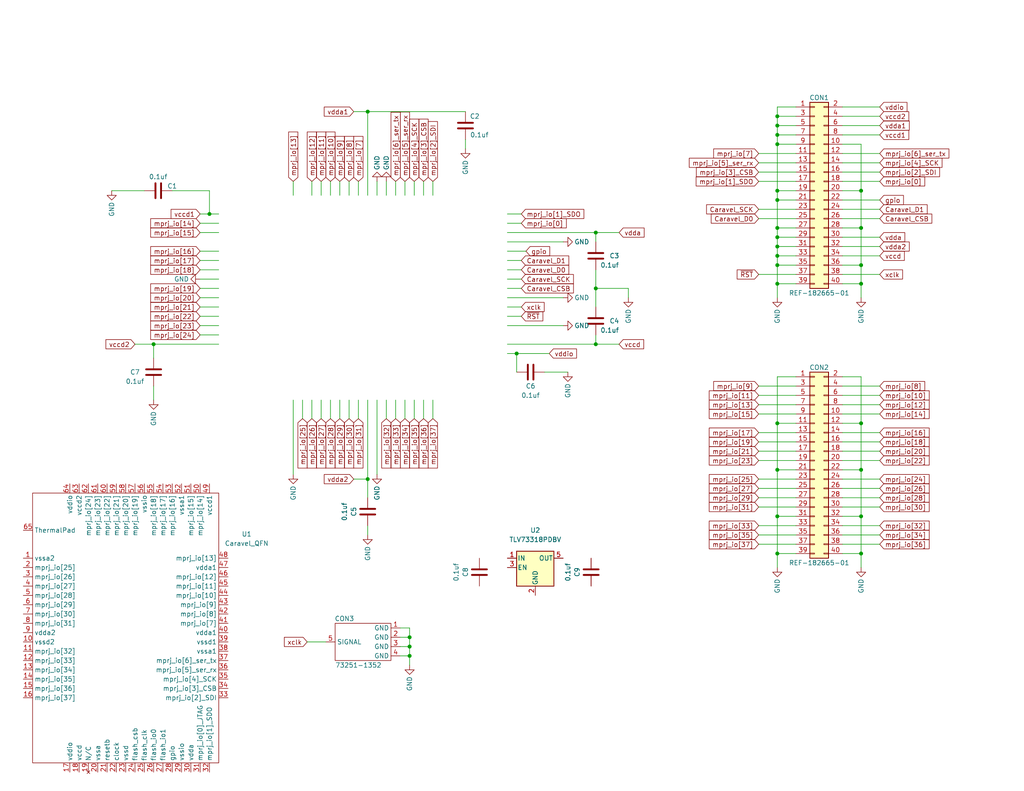
<source format=kicad_sch>
(kicad_sch (version 20211123) (generator eeschema)
  (paper "A")
  (lib_symbols
    (symbol "Connector_Generic:Conn_02x20_Odd_Even" (pin_names (offset 1.016) hide)
      (property "Reference" "J" (at 1.27 25.4 0))
      (property "Value" "Conn_02x20_Odd_Even" (at 1.27 -27.94 0))
      (symbol "Conn_02x20_Odd_Even_1_1"
        (rectangle (start -1.27 -25.273) (end 0 -25.527) (stroke (width 0.1524)))
        (rectangle (start -1.27 -22.733) (end 0 -22.987) (stroke (width 0.1524)))
        (rectangle (start -1.27 -20.193) (end 0 -20.447) (stroke (width 0.1524)))
        (rectangle (start -1.27 -17.653) (end 0 -17.907) (stroke (width 0.1524)))
        (rectangle (start -1.27 -15.113) (end 0 -15.367) (stroke (width 0.1524)))
        (rectangle (start -1.27 -12.573) (end 0 -12.827) (stroke (width 0.1524)))
        (rectangle (start -1.27 -10.033) (end 0 -10.287) (stroke (width 0.1524)))
        (rectangle (start -1.27 -7.493) (end 0 -7.747) (stroke (width 0.1524)))
        (rectangle (start -1.27 -4.953) (end 0 -5.207) (stroke (width 0.1524)))
        (rectangle (start -1.27 -2.413) (end 0 -2.667) (stroke (width 0.1524)))
        (rectangle (start -1.27 0.127) (end 0 -0.127) (stroke (width 0.1524)))
        (rectangle (start -1.27 2.667) (end 0 2.413) (stroke (width 0.1524)))
        (rectangle (start -1.27 5.207) (end 0 4.953) (stroke (width 0.1524)))
        (rectangle (start -1.27 7.747) (end 0 7.493) (stroke (width 0.1524)))
        (rectangle (start -1.27 10.287) (end 0 10.033) (stroke (width 0.1524)))
        (rectangle (start -1.27 12.827) (end 0 12.573) (stroke (width 0.1524)))
        (rectangle (start -1.27 15.367) (end 0 15.113) (stroke (width 0.1524)))
        (rectangle (start -1.27 17.907) (end 0 17.653) (stroke (width 0.1524)))
        (rectangle (start -1.27 20.447) (end 0 20.193) (stroke (width 0.1524)))
        (rectangle (start -1.27 22.987) (end 0 22.733) (stroke (width 0.1524)))
        (rectangle (start -1.27 24.13) (end 3.81 -26.67) (stroke (width 0.254)) (fill (type background)))
        (rectangle (start 3.81 -25.273) (end 2.54 -25.527) (stroke (width 0.1524)))
        (rectangle (start 3.81 -22.733) (end 2.54 -22.987) (stroke (width 0.1524)))
        (rectangle (start 3.81 -20.193) (end 2.54 -20.447) (stroke (width 0.1524)))
        (rectangle (start 3.81 -17.653) (end 2.54 -17.907) (stroke (width 0.1524)))
        (rectangle (start 3.81 -15.113) (end 2.54 -15.367) (stroke (width 0.1524)))
        (rectangle (start 3.81 -12.573) (end 2.54 -12.827) (stroke (width 0.1524)))
        (rectangle (start 3.81 -10.033) (end 2.54 -10.287) (stroke (width 0.1524)))
        (rectangle (start 3.81 -7.493) (end 2.54 -7.747) (stroke (width 0.1524)))
        (rectangle (start 3.81 -4.953) (end 2.54 -5.207) (stroke (width 0.1524)))
        (rectangle (start 3.81 -2.413) (end 2.54 -2.667) (stroke (width 0.1524)))
        (rectangle (start 3.81 0.127) (end 2.54 -0.127) (stroke (width 0.1524)))
        (rectangle (start 3.81 2.667) (end 2.54 2.413) (stroke (width 0.1524)))
        (rectangle (start 3.81 5.207) (end 2.54 4.953) (stroke (width 0.1524)))
        (rectangle (start 3.81 7.747) (end 2.54 7.493) (stroke (width 0.1524)))
        (rectangle (start 3.81 10.287) (end 2.54 10.033) (stroke (width 0.1524)))
        (rectangle (start 3.81 12.827) (end 2.54 12.573) (stroke (width 0.1524)))
        (rectangle (start 3.81 15.367) (end 2.54 15.113) (stroke (width 0.1524)))
        (rectangle (start 3.81 17.907) (end 2.54 17.653) (stroke (width 0.1524)))
        (rectangle (start 3.81 20.447) (end 2.54 20.193) (stroke (width 0.1524)))
        (rectangle (start 3.81 22.987) (end 2.54 22.733) (stroke (width 0.1524)))
        (pin passive line (at -5.08 22.86 0) (length 3.81) (name "Pin_1") (number "1"))
        (pin passive line (at 7.62 12.7 180) (length 3.81) (name "Pin_10") (number "10"))
        (pin passive line (at -5.08 10.16 0) (length 3.81) (name "Pin_11") (number "11"))
        (pin passive line (at 7.62 10.16 180) (length 3.81) (name "Pin_12") (number "12"))
        (pin passive line (at -5.08 7.62 0) (length 3.81) (name "Pin_13") (number "13"))
        (pin passive line (at 7.62 7.62 180) (length 3.81) (name "Pin_14") (number "14"))
        (pin passive line (at -5.08 5.08 0) (length 3.81) (name "Pin_15") (number "15"))
        (pin passive line (at 7.62 5.08 180) (length 3.81) (name "Pin_16") (number "16"))
        (pin passive line (at -5.08 2.54 0) (length 3.81) (name "Pin_17") (number "17"))
        (pin passive line (at 7.62 2.54 180) (length 3.81) (name "Pin_18") (number "18"))
        (pin passive line (at -5.08 0 0) (length 3.81) (name "Pin_19") (number "19"))
        (pin passive line (at 7.62 22.86 180) (length 3.81) (name "Pin_2") (number "2"))
        (pin passive line (at 7.62 0 180) (length 3.81) (name "Pin_20") (number "20"))
        (pin passive line (at -5.08 -2.54 0) (length 3.81) (name "Pin_21") (number "21"))
        (pin passive line (at 7.62 -2.54 180) (length 3.81) (name "Pin_22") (number "22"))
        (pin passive line (at -5.08 -5.08 0) (length 3.81) (name "Pin_23") (number "23"))
        (pin passive line (at 7.62 -5.08 180) (length 3.81) (name "Pin_24") (number "24"))
        (pin passive line (at -5.08 -7.62 0) (length 3.81) (name "Pin_25") (number "25"))
        (pin passive line (at 7.62 -7.62 180) (length 3.81) (name "Pin_26") (number "26"))
        (pin passive line (at -5.08 -10.16 0) (length 3.81) (name "Pin_27") (number "27"))
        (pin passive line (at 7.62 -10.16 180) (length 3.81) (name "Pin_28") (number "28"))
        (pin passive line (at -5.08 -12.7 0) (length 3.81) (name "Pin_29") (number "29"))
        (pin passive line (at -5.08 20.32 0) (length 3.81) (name "Pin_3") (number "3"))
        (pin passive line (at 7.62 -12.7 180) (length 3.81) (name "Pin_30") (number "30"))
        (pin passive line (at -5.08 -15.24 0) (length 3.81) (name "Pin_31") (number "31"))
        (pin passive line (at 7.62 -15.24 180) (length 3.81) (name "Pin_32") (number "32"))
        (pin passive line (at -5.08 -17.78 0) (length 3.81) (name "Pin_33") (number "33"))
        (pin passive line (at 7.62 -17.78 180) (length 3.81) (name "Pin_34") (number "34"))
        (pin passive line (at -5.08 -20.32 0) (length 3.81) (name "Pin_35") (number "35"))
        (pin passive line (at 7.62 -20.32 180) (length 3.81) (name "Pin_36") (number "36"))
        (pin passive line (at -5.08 -22.86 0) (length 3.81) (name "Pin_37") (number "37"))
        (pin passive line (at 7.62 -22.86 180) (length 3.81) (name "Pin_38") (number "38"))
        (pin passive line (at -5.08 -25.4 0) (length 3.81) (name "Pin_39") (number "39"))
        (pin passive line (at 7.62 20.32 180) (length 3.81) (name "Pin_4") (number "4"))
        (pin passive line (at 7.62 -25.4 180) (length 3.81) (name "Pin_40") (number "40"))
        (pin passive line (at -5.08 17.78 0) (length 3.81) (name "Pin_5") (number "5"))
        (pin passive line (at 7.62 17.78 180) (length 3.81) (name "Pin_6") (number "6"))
        (pin passive line (at -5.08 15.24 0) (length 3.81) (name "Pin_7") (number "7"))
        (pin passive line (at 7.62 15.24 180) (length 3.81) (name "Pin_8") (number "8"))
        (pin passive line (at -5.08 12.7 0) (length 3.81) (name "Pin_9") (number "9"))
      )
    )
    (symbol "Device:C" (pin_numbers hide) (pin_names (offset 0.254))
      (property "Reference" "C" (at 0.635 2.54 0))
      (property "Value" "C" (at 0.635 -2.54 0))
      (symbol "C_0_1"
        (polyline (pts (xy -2.032 -0.762) (xy 2.032 -0.762)) (stroke (width 0.508)))
        (polyline (pts (xy -2.032 0.762) (xy 2.032 0.762)) (stroke (width 0.508)))
      )
      (symbol "C_1_1"
        (pin passive line (at 0 3.81 270) (length 2.794) (name "~") (number "1"))
        (pin passive line (at 0 -3.81 90) (length 2.794) (name "~") (number "2"))
      )
    )
    (symbol "Regulator_Linear:TLV73318PDBV" (pin_names (offset 0.254))
      (property "Reference" "U" (at -3.81 5.715 0))
      (property "Value" "TLV73318PDBV" (at 0 5.715 0))
      (symbol "TLV73318PDBV_0_1"
        (rectangle (start -5.08 4.445) (end 5.08 -5.08) (stroke (width 0.254)) (fill (type background)))
      )
      (symbol "TLV73318PDBV_1_1"
        (pin power_in line (at -7.62 2.54 0) (length 2.54) (name "IN") (number "1"))
        (pin power_in line (at 0 -7.62 90) (length 2.54) (name "GND") (number "2"))
        (pin input line (at -7.62 0 0) (length 2.54) (name "EN") (number "3"))
        (pin no_connect line (at 5.08 0 180) (length 2.54) hide (name "NC") (number "4"))
        (pin power_out line (at 7.62 2.54 180) (length 2.54) (name "OUT") (number "5"))
      )
    )
    (symbol "ok-chips:Caravel_QFN"
      (property "Reference" "U" (at -26.67 43.18 0))
      (property "Value" "Caravel_QFN" (at 25.4 -31.75 0))
      (symbol "Caravel_QFN_0_1"
        (rectangle (start -26.67 40.64) (end 24.13 -33.02))
      )
      (symbol "Caravel_QFN_1_1"
        (pin power_in line (at -29.21 22.86 0) (length 2.54) (name "vssa2") (number "1"))
        (pin power_in line (at -29.21 0 0) (length 2.54) (name "vssd2") (number "10"))
        (pin bidirectional line (at -29.21 -2.54 0) (length 2.54) (name "mprj_io[32]") (number "11"))
        (pin bidirectional line (at -29.21 -5.08 0) (length 2.54) (name "mprj_io[33]") (number "12"))
        (pin bidirectional line (at -29.21 -7.62 0) (length 2.54) (name "mprj_io[34]") (number "13"))
        (pin bidirectional line (at -29.21 -10.16 0) (length 2.54) (name "mprj_io[35]") (number "14"))
        (pin bidirectional line (at -29.21 -12.7 0) (length 2.54) (name "mprj_io[36]") (number "15"))
        (pin bidirectional line (at -29.21 -15.24 0) (length 2.54) (name "mprj_io[37]") (number "16"))
        (pin power_in line (at -16.51 -35.56 90) (length 2.54) (name "vddio") (number "17"))
        (pin power_in line (at -13.97 -35.56 90) (length 2.54) (name "vccd") (number "18"))
        (pin no_connect line (at -11.43 -35.56 90) (length 2.54) (name "N/C") (number "19"))
        (pin bidirectional line (at -29.21 20.32 0) (length 2.54) (name "mprj_io[25]") (number "2"))
        (pin power_in line (at -8.89 -35.56 90) (length 2.54) (name "vssa") (number "20"))
        (pin input line (at -6.35 -35.56 90) (length 2.54) (name "resetb") (number "21"))
        (pin input line (at -3.81 -35.56 90) (length 2.54) (name "clock") (number "22"))
        (pin power_in line (at -1.27 -35.56 90) (length 2.54) (name "vssd") (number "23"))
        (pin output line (at 1.27 -35.56 90) (length 2.54) (name "flash_csb") (number "24"))
        (pin output line (at 3.81 -35.56 90) (length 2.54) (name "flash_clk") (number "25"))
        (pin bidirectional line (at 6.35 -35.56 90) (length 2.54) (name "flash_io0") (number "26"))
        (pin bidirectional line (at 8.89 -35.56 90) (length 2.54) (name "flash_io1") (number "27"))
        (pin bidirectional line (at 11.43 -35.56 90) (length 2.54) (name "gpio") (number "28"))
        (pin power_in line (at 13.97 -35.56 90) (length 2.54) (name "vssio") (number "29"))
        (pin bidirectional line (at -29.21 17.78 0) (length 2.54) (name "mprj_io[26]") (number "3"))
        (pin power_in line (at 16.51 -35.56 90) (length 2.54) (name "vdda") (number "30"))
        (pin bidirectional line (at 19.05 -35.56 90) (length 2.54) (name "mprj_io[0]_JTAG") (number "31"))
        (pin bidirectional line (at 21.59 -35.56 90) (length 2.54) (name "mprj_io[1]_SDO") (number "32"))
        (pin bidirectional line (at 26.67 -15.24 180) (length 2.54) (name "mprj_io[2]_SDI") (number "33"))
        (pin bidirectional line (at 26.67 -12.7 180) (length 2.54) (name "mprj_io[3]_CSB") (number "34"))
        (pin bidirectional line (at 26.67 -10.16 180) (length 2.54) (name "mprj_io[4]_SCK") (number "35"))
        (pin bidirectional line (at 26.67 -7.62 180) (length 2.54) (name "mprj_io[5]_ser_rx") (number "36"))
        (pin bidirectional line (at 26.67 -5.08 180) (length 2.54) (name "mprj_io[6]_ser_tx") (number "37"))
        (pin power_in line (at 26.67 -2.54 180) (length 2.54) (name "vssa1") (number "38"))
        (pin power_in line (at 26.67 0 180) (length 2.54) (name "vssd1") (number "39"))
        (pin bidirectional line (at -29.21 15.24 0) (length 2.54) (name "mprj_io[27]") (number "4"))
        (pin power_in line (at 26.67 2.54 180) (length 2.54) (name "vdda1") (number "40"))
        (pin bidirectional line (at 26.67 5.08 180) (length 2.54) (name "mprj_io[7]") (number "41"))
        (pin bidirectional line (at 26.67 7.62 180) (length 2.54) (name "mprj_io[8]") (number "42"))
        (pin bidirectional line (at 26.67 10.16 180) (length 2.54) (name "mprj_io[9]") (number "43"))
        (pin bidirectional line (at 26.67 12.7 180) (length 2.54) (name "mprj_io[10]") (number "44"))
        (pin bidirectional line (at 26.67 15.24 180) (length 2.54) (name "mprj_io[11]") (number "45"))
        (pin bidirectional line (at 26.67 17.78 180) (length 2.54) (name "mprj_io[12]") (number "46"))
        (pin power_in line (at 26.67 20.32 180) (length 2.54) (name "vdda1") (number "47"))
        (pin bidirectional line (at 26.67 22.86 180) (length 2.54) (name "mprj_io[13]") (number "48"))
        (pin power_in line (at 21.59 43.18 270) (length 2.54) (name "vccd1") (number "49"))
        (pin bidirectional line (at -29.21 12.7 0) (length 2.54) (name "mprj_io[28]") (number "5"))
        (pin bidirectional line (at 19.05 43.18 270) (length 2.54) (name "mprj_io[14]") (number "50"))
        (pin bidirectional line (at 16.51 43.18 270) (length 2.54) (name "mprj_io[15]") (number "51"))
        (pin power_in line (at 13.97 43.18 270) (length 2.54) (name "vssa1") (number "52"))
        (pin bidirectional line (at 11.43 43.18 270) (length 2.54) (name "mprj_io[16]") (number "53"))
        (pin bidirectional line (at 8.89 43.18 270) (length 2.54) (name "mprj_io[17]") (number "54"))
        (pin bidirectional line (at 6.35 43.18 270) (length 2.54) (name "mprj_io[18]") (number "55"))
        (pin power_in line (at 3.81 43.18 270) (length 2.54) (name "vssio") (number "56"))
        (pin bidirectional line (at 1.27 43.18 270) (length 2.54) (name "mprj_io[19]") (number "57"))
        (pin bidirectional line (at -1.27 43.18 270) (length 2.54) (name "mprj_io[20]") (number "58"))
        (pin bidirectional line (at -3.81 43.18 270) (length 2.54) (name "mprj_io[21]") (number "59"))
        (pin bidirectional line (at -29.21 10.16 0) (length 2.54) (name "mprj_io[29]") (number "6"))
        (pin bidirectional line (at -6.35 43.18 270) (length 2.54) (name "mprj_io[22]") (number "60"))
        (pin bidirectional line (at -8.89 43.18 270) (length 2.54) (name "mprj_io[23]") (number "61"))
        (pin bidirectional line (at -11.43 43.18 270) (length 2.54) (name "mprj_io[24]") (number "62"))
        (pin power_in line (at -13.97 43.18 270) (length 2.54) (name "vccd2") (number "63"))
        (pin power_in line (at -16.51 43.18 270) (length 2.54) (name "vddio") (number "64"))
        (pin power_in line (at -29.21 30.48 0) (length 2.54) (name "ThermalPad") (number "65"))
        (pin bidirectional line (at -29.21 7.62 0) (length 2.54) (name "mprj_io[30]") (number "7"))
        (pin bidirectional line (at -29.21 5.08 0) (length 2.54) (name "mprj_io[31]") (number "8"))
        (pin power_in line (at -29.21 2.54 0) (length 2.54) (name "vdda2") (number "9"))
      )
    )
    (symbol "ok-connectors:SMA_TH"
      (property "Reference" "CON" (at -5.08 6.35 0))
      (property "Value" "SMA_TH" (at -2.54 -6.35 0))
      (symbol "SMA_TH_0_1"
        (rectangle (start -7.62 5.08) (end 7.62 -5.08))
      )
      (symbol "SMA_TH_1_1"
        (pin input line (at 10.16 3.81 180) (length 2.54) (name "GND") (number "1"))
        (pin input line (at 10.16 1.27 180) (length 2.54) (name "GND") (number "2"))
        (pin input line (at 10.16 -1.27 180) (length 2.54) (name "GND") (number "3"))
        (pin input line (at 10.16 -3.81 180) (length 2.54) (name "GND") (number "4"))
        (pin input line (at -10.16 0 0) (length 2.54) (name "SIGNAL") (number "5"))
      )
    )
    (symbol "power:GND" (power) (pin_names (offset 0))
      (property "Value" "GND" (at 0 -3.81 0))
      (symbol "GND_0_1"
        (polyline (pts (xy 0 0) (xy 0 -1.27) (xy 1.27 -1.27) (xy 0 -2.54) (xy -1.27 -1.27) (xy 0 -1.27)))
      )
      (symbol "GND_1_1"
        (pin power_in line (at 0 0 270) (length 0) hide (name "GND") (number "1"))
      )
    )
  )
  (junction (at 41.91 93.98))
  (junction (at 111.76 176.53))
  (junction (at 212.09 62.23))
  (junction (at 162.56 63.5))
  (junction (at 212.09 52.07))
  (junction (at 212.09 64.77))
  (junction (at 212.09 34.29))
  (junction (at 100.33 130.81))
  (junction (at 111.76 179.07))
  (junction (at 234.95 62.23))
  (junction (at 162.56 93.98))
  (junction (at 111.76 173.99))
  (junction (at 212.09 128.27))
  (junction (at 212.09 36.83))
  (junction (at 140.97 96.52))
  (junction (at 100.33 30.48))
  (junction (at 212.09 67.31))
  (junction (at 234.95 140.97))
  (junction (at 162.56 78.74))
  (junction (at 212.09 69.85))
  (junction (at 212.09 72.39))
  (junction (at 57.15 58.42))
  (junction (at 212.09 77.47))
  (junction (at 234.95 151.13))
  (junction (at 212.09 115.57))
  (junction (at 212.09 151.13))
  (junction (at 234.95 115.57))
  (junction (at 234.95 52.07))
  (junction (at 212.09 39.37))
  (junction (at 212.09 31.75))
  (junction (at 234.95 128.27))
  (junction (at 212.09 54.61))
  (junction (at 234.95 72.39))
  (junction (at 212.09 140.97))
  (junction (at 234.95 77.47))
  (wire (pts (xy 229.87 120.65) (xy 240.03 120.65)))
  (wire (pts (xy 229.87 135.89) (xy 240.03 135.89)))
  (wire (pts (xy 100.33 30.48) (xy 100.33 53.34)))
  (wire (pts (xy 109.22 176.53) (xy 111.76 176.53)))
  (wire (pts (xy 207.01 74.93) (xy 217.17 74.93)))
  (wire (pts (xy 140.97 96.52) (xy 138.43 96.52)))
  (wire (pts (xy 217.17 69.85) (xy 212.09 69.85)))
  (wire (pts (xy 229.87 29.21) (xy 240.03 29.21)))
  (wire (pts (xy 207.01 59.69) (xy 217.17 59.69)))
  (wire (pts (xy 59.69 83.82) (xy 54.61 83.82)))
  (wire (pts (xy 168.91 63.5) (xy 162.56 63.5)))
  (wire (pts (xy 229.87 74.93) (xy 240.03 74.93)))
  (wire (pts (xy 229.87 105.41) (xy 240.03 105.41)))
  (wire (pts (xy 207.01 113.03) (xy 217.17 113.03)))
  (wire (pts (xy 212.09 36.83) (xy 212.09 39.37)))
  (wire (pts (xy 59.69 73.66) (xy 54.61 73.66)))
  (wire (pts (xy 229.87 118.11) (xy 240.03 118.11)))
  (wire (pts (xy 111.76 173.99) (xy 111.76 176.53)))
  (wire (pts (xy 212.09 102.87) (xy 212.09 115.57)))
  (wire (pts (xy 229.87 115.57) (xy 234.95 115.57)))
  (wire (pts (xy 229.87 125.73) (xy 240.03 125.73)))
  (wire (pts (xy 207.01 123.19) (xy 217.17 123.19)))
  (wire (pts (xy 212.09 128.27) (xy 212.09 140.97)))
  (wire (pts (xy 100.33 30.48) (xy 127 30.48)))
  (wire (pts (xy 207.01 118.11) (xy 217.17 118.11)))
  (wire (pts (xy 140.97 96.52) (xy 140.97 101.6)))
  (wire (pts (xy 41.91 93.98) (xy 36.83 93.98)))
  (wire (pts (xy 229.87 34.29) (xy 240.03 34.29)))
  (wire (pts (xy 82.55 114.3) (xy 82.55 109.22)))
  (wire (pts (xy 80.01 49.53) (xy 80.01 53.34)))
  (wire (pts (xy 142.24 71.12) (xy 138.43 71.12)))
  (wire (pts (xy 207.01 125.73) (xy 217.17 125.73)))
  (wire (pts (xy 80.01 129.54) (xy 80.01 109.22)))
  (wire (pts (xy 115.57 114.3) (xy 115.57 109.22)))
  (wire (pts (xy 212.09 31.75) (xy 217.17 31.75)))
  (wire (pts (xy 229.87 110.49) (xy 240.03 110.49)))
  (wire (pts (xy 229.87 62.23) (xy 234.95 62.23)))
  (wire (pts (xy 229.87 49.53) (xy 240.03 49.53)))
  (wire (pts (xy 30.48 52.07) (xy 39.37 52.07)))
  (wire (pts (xy 234.95 128.27) (xy 234.95 140.97)))
  (wire (pts (xy 83.82 175.26) (xy 88.9 175.26)))
  (wire (pts (xy 57.15 58.42) (xy 59.69 58.42)))
  (wire (pts (xy 229.87 146.05) (xy 240.03 146.05)))
  (wire (pts (xy 113.03 114.3) (xy 113.03 109.22)))
  (wire (pts (xy 207.01 49.53) (xy 217.17 49.53)))
  (wire (pts (xy 142.24 83.82) (xy 138.43 83.82)))
  (wire (pts (xy 217.17 102.87) (xy 212.09 102.87)))
  (wire (pts (xy 229.87 57.15) (xy 240.03 57.15)))
  (wire (pts (xy 92.71 114.3) (xy 92.71 109.22)))
  (wire (pts (xy 41.91 93.98) (xy 59.69 93.98)))
  (wire (pts (xy 229.87 140.97) (xy 234.95 140.97)))
  (wire (pts (xy 97.79 114.3) (xy 97.79 109.22)))
  (wire (pts (xy 229.87 123.19) (xy 240.03 123.19)))
  (wire (pts (xy 212.09 64.77) (xy 212.09 67.31)))
  (wire (pts (xy 110.49 114.3) (xy 110.49 109.22)))
  (wire (pts (xy 212.09 39.37) (xy 217.17 39.37)))
  (wire (pts (xy 207.01 146.05) (xy 217.17 146.05)))
  (wire (pts (xy 207.01 143.51) (xy 217.17 143.51)))
  (wire (pts (xy 168.91 93.98) (xy 162.56 93.98)))
  (wire (pts (xy 207.01 138.43) (xy 217.17 138.43)))
  (wire (pts (xy 100.33 135.89) (xy 100.33 130.81)))
  (wire (pts (xy 41.91 93.98) (xy 41.91 97.79)))
  (wire (pts (xy 100.33 130.81) (xy 100.33 109.22)))
  (wire (pts (xy 212.09 34.29) (xy 212.09 36.83)))
  (wire (pts (xy 212.09 54.61) (xy 212.09 62.23)))
  (wire (pts (xy 229.87 107.95) (xy 240.03 107.95)))
  (wire (pts (xy 229.87 72.39) (xy 234.95 72.39)))
  (wire (pts (xy 212.09 69.85) (xy 212.09 72.39)))
  (wire (pts (xy 207.01 120.65) (xy 217.17 120.65)))
  (wire (pts (xy 90.17 49.53) (xy 90.17 53.34)))
  (wire (pts (xy 212.09 140.97) (xy 217.17 140.97)))
  (wire (pts (xy 229.87 67.31) (xy 240.03 67.31)))
  (wire (pts (xy 105.41 49.53) (xy 105.41 53.34)))
  (wire (pts (xy 142.24 73.66) (xy 138.43 73.66)))
  (wire (pts (xy 212.09 151.13) (xy 212.09 154.94)))
  (wire (pts (xy 142.24 78.74) (xy 138.43 78.74)))
  (wire (pts (xy 111.76 179.07) (xy 111.76 181.61)))
  (wire (pts (xy 111.76 176.53) (xy 111.76 179.07)))
  (wire (pts (xy 110.49 49.53) (xy 110.49 53.34)))
  (wire (pts (xy 212.09 77.47) (xy 217.17 77.47)))
  (wire (pts (xy 100.33 143.51) (xy 100.33 146.05)))
  (wire (pts (xy 90.17 114.3) (xy 90.17 109.22)))
  (wire (pts (xy 234.95 72.39) (xy 234.95 77.47)))
  (wire (pts (xy 85.09 114.3) (xy 85.09 109.22)))
  (wire (pts (xy 87.63 114.3) (xy 87.63 109.22)))
  (wire (pts (xy 118.11 53.34) (xy 118.11 49.53)))
  (wire (pts (xy 229.87 130.81) (xy 240.03 130.81)))
  (wire (pts (xy 162.56 93.98) (xy 138.43 93.98)))
  (wire (pts (xy 234.95 77.47) (xy 234.95 81.28)))
  (wire (pts (xy 153.67 66.04) (xy 138.43 66.04)))
  (wire (pts (xy 234.95 140.97) (xy 234.95 151.13)))
  (wire (pts (xy 162.56 78.74) (xy 162.56 83.82)))
  (wire (pts (xy 57.15 58.42) (xy 57.15 52.07)))
  (wire (pts (xy 212.09 31.75) (xy 212.09 34.29)))
  (wire (pts (xy 229.87 148.59) (xy 240.03 148.59)))
  (wire (pts (xy 229.87 138.43) (xy 240.03 138.43)))
  (wire (pts (xy 217.17 72.39) (xy 212.09 72.39)))
  (wire (pts (xy 217.17 64.77) (xy 212.09 64.77)))
  (wire (pts (xy 143.51 68.58) (xy 138.43 68.58)))
  (wire (pts (xy 229.87 46.99) (xy 240.03 46.99)))
  (wire (pts (xy 59.69 91.44) (xy 54.61 91.44)))
  (wire (pts (xy 107.95 49.53) (xy 107.95 53.34)))
  (wire (pts (xy 162.56 91.44) (xy 162.56 93.98)))
  (wire (pts (xy 95.25 49.53) (xy 95.25 53.34)))
  (wire (pts (xy 207.01 44.45) (xy 217.17 44.45)))
  (wire (pts (xy 229.87 64.77) (xy 240.03 64.77)))
  (wire (pts (xy 138.43 63.5) (xy 162.56 63.5)))
  (wire (pts (xy 92.71 49.53) (xy 92.71 53.34)))
  (wire (pts (xy 100.33 130.81) (xy 96.52 130.81)))
  (wire (pts (xy 162.56 73.66) (xy 162.56 78.74)))
  (wire (pts (xy 57.15 52.07) (xy 46.99 52.07)))
  (wire (pts (xy 113.03 49.53) (xy 113.03 53.34)))
  (wire (pts (xy 212.09 67.31) (xy 212.09 69.85)))
  (wire (pts (xy 142.24 76.2) (xy 138.43 76.2)))
  (wire (pts (xy 207.01 110.49) (xy 217.17 110.49)))
  (wire (pts (xy 109.22 173.99) (xy 111.76 173.99)))
  (wire (pts (xy 207.01 107.95) (xy 217.17 107.95)))
  (wire (pts (xy 207.01 148.59) (xy 217.17 148.59)))
  (wire (pts (xy 59.69 81.28) (xy 54.61 81.28)))
  (wire (pts (xy 100.33 30.48) (xy 96.52 30.48)))
  (wire (pts (xy 212.09 29.21) (xy 217.17 29.21)))
  (wire (pts (xy 212.09 115.57) (xy 212.09 128.27)))
  (wire (pts (xy 59.69 68.58) (xy 54.61 68.58)))
  (wire (pts (xy 229.87 113.03) (xy 240.03 113.03)))
  (wire (pts (xy 229.87 41.91) (xy 240.03 41.91)))
  (wire (pts (xy 234.95 115.57) (xy 234.95 128.27)))
  (wire (pts (xy 229.87 102.87) (xy 234.95 102.87)))
  (wire (pts (xy 109.22 171.45) (xy 111.76 171.45)))
  (wire (pts (xy 97.79 49.53) (xy 97.79 53.34)))
  (wire (pts (xy 207.01 41.91) (xy 217.17 41.91)))
  (wire (pts (xy 59.69 71.12) (xy 54.61 71.12)))
  (wire (pts (xy 212.09 128.27) (xy 217.17 128.27)))
  (wire (pts (xy 212.09 29.21) (xy 212.09 31.75)))
  (wire (pts (xy 127 40.64) (xy 127 38.1)))
  (wire (pts (xy 102.87 53.34) (xy 102.87 49.53)))
  (wire (pts (xy 217.17 62.23) (xy 212.09 62.23)))
  (wire (pts (xy 212.09 115.57) (xy 217.17 115.57)))
  (wire (pts (xy 229.87 44.45) (xy 240.03 44.45)))
  (wire (pts (xy 59.69 78.74) (xy 54.61 78.74)))
  (wire (pts (xy 234.95 151.13) (xy 234.95 154.94)))
  (wire (pts (xy 229.87 59.69) (xy 240.03 59.69)))
  (wire (pts (xy 115.57 49.53) (xy 115.57 53.34)))
  (wire (pts (xy 229.87 31.75) (xy 240.03 31.75)))
  (wire (pts (xy 229.87 151.13) (xy 234.95 151.13)))
  (wire (pts (xy 229.87 52.07) (xy 234.95 52.07)))
  (wire (pts (xy 207.01 57.15) (xy 217.17 57.15)))
  (wire (pts (xy 153.67 88.9) (xy 138.43 88.9)))
  (wire (pts (xy 229.87 69.85) (xy 240.03 69.85)))
  (wire (pts (xy 212.09 52.07) (xy 212.09 54.61)))
  (wire (pts (xy 54.61 63.5) (xy 59.69 63.5)))
  (wire (pts (xy 109.22 179.07) (xy 111.76 179.07)))
  (wire (pts (xy 85.09 49.53) (xy 85.09 53.34)))
  (wire (pts (xy 212.09 34.29) (xy 217.17 34.29)))
  (wire (pts (xy 229.87 77.47) (xy 234.95 77.47)))
  (wire (pts (xy 154.94 101.6) (xy 148.59 101.6)))
  (wire (pts (xy 105.41 114.3) (xy 105.41 109.22)))
  (wire (pts (xy 212.09 39.37) (xy 212.09 52.07)))
  (wire (pts (xy 229.87 133.35) (xy 240.03 133.35)))
  (wire (pts (xy 229.87 39.37) (xy 234.95 39.37)))
  (wire (pts (xy 59.69 86.36) (xy 54.61 86.36)))
  (wire (pts (xy 212.09 151.13) (xy 217.17 151.13)))
  (wire (pts (xy 229.87 143.51) (xy 240.03 143.51)))
  (wire (pts (xy 140.97 96.52) (xy 149.86 96.52)))
  (wire (pts (xy 212.09 77.47) (xy 212.09 81.28)))
  (wire (pts (xy 171.45 78.74) (xy 171.45 81.28)))
  (wire (pts (xy 41.91 105.41) (xy 41.91 109.22)))
  (wire (pts (xy 212.09 140.97) (xy 212.09 151.13)))
  (wire (pts (xy 207.01 135.89) (xy 217.17 135.89)))
  (wire (pts (xy 229.87 36.83) (xy 240.03 36.83)))
  (wire (pts (xy 207.01 130.81) (xy 217.17 130.81)))
  (wire (pts (xy 234.95 39.37) (xy 234.95 52.07)))
  (wire (pts (xy 54.61 58.42) (xy 57.15 58.42)))
  (wire (pts (xy 234.95 62.23) (xy 234.95 72.39)))
  (wire (pts (xy 142.24 58.42) (xy 138.43 58.42)))
  (wire (pts (xy 212.09 36.83) (xy 217.17 36.83)))
  (wire (pts (xy 212.09 54.61) (xy 217.17 54.61)))
  (wire (pts (xy 107.95 114.3) (xy 107.95 109.22)))
  (wire (pts (xy 87.63 49.53) (xy 87.63 53.34)))
  (wire (pts (xy 207.01 133.35) (xy 217.17 133.35)))
  (wire (pts (xy 153.67 81.28) (xy 138.43 81.28)))
  (wire (pts (xy 207.01 46.99) (xy 217.17 46.99)))
  (wire (pts (xy 118.11 114.3) (xy 118.11 109.22)))
  (wire (pts (xy 95.25 114.3) (xy 95.25 109.22)))
  (wire (pts (xy 54.61 76.2) (xy 59.69 76.2)))
  (wire (pts (xy 234.95 102.87) (xy 234.95 115.57)))
  (wire (pts (xy 162.56 63.5) (xy 162.56 66.04)))
  (wire (pts (xy 142.24 86.36) (xy 138.43 86.36)))
  (wire (pts (xy 212.09 62.23) (xy 212.09 64.77)))
  (wire (pts (xy 234.95 52.07) (xy 234.95 62.23)))
  (wire (pts (xy 229.87 128.27) (xy 234.95 128.27)))
  (wire (pts (xy 162.56 78.74) (xy 171.45 78.74)))
  (wire (pts (xy 59.69 88.9) (xy 54.61 88.9)))
  (wire (pts (xy 111.76 171.45) (xy 111.76 173.99)))
  (wire (pts (xy 207.01 105.41) (xy 217.17 105.41)))
  (wire (pts (xy 229.87 54.61) (xy 240.03 54.61)))
  (wire (pts (xy 217.17 67.31) (xy 212.09 67.31)))
  (wire (pts (xy 59.69 60.96) (xy 54.61 60.96)))
  (wire (pts (xy 102.87 129.54) (xy 102.87 109.22)))
  (wire (pts (xy 212.09 72.39) (xy 212.09 77.47)))
  (wire (pts (xy 212.09 52.07) (xy 217.17 52.07)))
  (wire (pts (xy 142.24 60.96) (xy 138.43 60.96)))
  (global_label "mprj_io[11]" (shape input) (at 207.01 107.95 180) (property "Intersheet References" "${INTERSHEET_REFS}" (effects hide)))
  (global_label "mprj_io[10]" (shape input) (at 240.03 107.95 0) (property "Intersheet References" "${INTERSHEET_REFS}" (effects hide)))
  (global_label "mprj_io[17]" (shape input) (at 54.61 71.12 180) (property "Intersheet References" "${INTERSHEET_REFS}" (effects hide)))
  (global_label "mprj_io[13]" (shape input) (at 80.01 49.53 90) (property "Intersheet References" "${INTERSHEET_REFS}" (effects hide)))
  (global_label "mprj_io[10]" (shape input) (at 90.17 49.53 90) (property "Intersheet References" "${INTERSHEET_REFS}" (effects hide)))
  (global_label "vccd2" (shape input) (at 36.83 93.98 180) (property "Intersheet References" "${INTERSHEET_REFS}" (effects hide)))
  (global_label "vccd" (shape input) (at 168.91 93.98 0) (property "Intersheet References" "${INTERSHEET_REFS}" (effects hide)))
  (global_label "mprj_io[29]" (shape input) (at 92.71 114.3 270) (property "Intersheet References" "${INTERSHEET_REFS}" (effects hide)))
  (global_label "mprj_io[17]" (shape input) (at 207.01 118.11 180) (property "Intersheet References" "${INTERSHEET_REFS}" (effects hide)))
  (global_label "vdda1" (shape input) (at 96.52 30.48 180) (property "Intersheet References" "${INTERSHEET_REFS}" (effects hide)))
  (global_label "mprj_io[31]" (shape input) (at 97.79 114.3 270) (property "Intersheet References" "${INTERSHEET_REFS}" (effects hide)))
  (global_label "Caravel_CSB" (shape input) (at 142.24 78.74 0) (property "Intersheet References" "${INTERSHEET_REFS}" (effects hide)))
  (global_label "mprj_io[19]" (shape input) (at 207.01 120.65 180) (property "Intersheet References" "${INTERSHEET_REFS}" (effects hide)))
  (global_label "vdda1" (shape input) (at 240.03 34.29 0) (property "Intersheet References" "${INTERSHEET_REFS}" (effects hide)))
  (global_label "mprj_io[5]_ser_rx" (shape input) (at 110.49 49.53 90) (property "Intersheet References" "${INTERSHEET_REFS}" (effects hide)))
  (global_label "mprj_io[16]" (shape input) (at 54.61 68.58 180) (property "Intersheet References" "${INTERSHEET_REFS}" (effects hide)))
  (global_label "mprj_io[34]" (shape input) (at 110.49 114.3 270) (property "Intersheet References" "${INTERSHEET_REFS}" (effects hide)))
  (global_label "mprj_io[12]" (shape input) (at 85.09 49.53 90) (property "Intersheet References" "${INTERSHEET_REFS}" (effects hide)))
  (global_label "mprj_io[6]_ser_tx" (shape input) (at 240.03 41.91 0) (property "Intersheet References" "${INTERSHEET_REFS}" (effects hide)))
  (global_label "vddio" (shape input) (at 240.03 29.21 0) (property "Intersheet References" "${INTERSHEET_REFS}" (effects hide)))
  (global_label "mprj_io[14]" (shape input) (at 54.61 60.96 180) (property "Intersheet References" "${INTERSHEET_REFS}" (effects hide)))
  (global_label "mprj_io[24]" (shape input) (at 240.03 130.81 0) (property "Intersheet References" "${INTERSHEET_REFS}" (effects hide)))
  (global_label "mprj_io[35]" (shape input) (at 207.01 146.05 180) (property "Intersheet References" "${INTERSHEET_REFS}" (effects hide)))
  (global_label "mprj_io[36]" (shape input) (at 115.57 114.3 270) (property "Intersheet References" "${INTERSHEET_REFS}" (effects hide)))
  (global_label "mprj_io[28]" (shape input) (at 90.17 114.3 270) (property "Intersheet References" "${INTERSHEET_REFS}" (effects hide)))
  (global_label "mprj_io[15]" (shape input) (at 207.01 113.03 180) (property "Intersheet References" "${INTERSHEET_REFS}" (effects hide)))
  (global_label "mprj_io[22]" (shape input) (at 240.03 125.73 0) (property "Intersheet References" "${INTERSHEET_REFS}" (effects hide)))
  (global_label "mprj_io[34]" (shape input) (at 240.03 146.05 0) (property "Intersheet References" "${INTERSHEET_REFS}" (effects hide)))
  (global_label "mprj_io[25]" (shape input) (at 82.55 114.3 270) (property "Intersheet References" "${INTERSHEET_REFS}" (effects hide)))
  (global_label "mprj_io[28]" (shape input) (at 240.03 135.89 0) (property "Intersheet References" "${INTERSHEET_REFS}" (effects hide)))
  (global_label "mprj_io[37]" (shape input) (at 118.11 114.3 270) (property "Intersheet References" "${INTERSHEET_REFS}" (effects hide)))
  (global_label "mprj_io[14]" (shape input) (at 240.03 113.03 0) (property "Intersheet References" "${INTERSHEET_REFS}" (effects hide)))
  (global_label "vccd1" (shape input) (at 240.03 36.83 0) (property "Intersheet References" "${INTERSHEET_REFS}" (effects hide)))
  (global_label "mprj_io[4]_SCK" (shape input) (at 113.03 49.53 90) (property "Intersheet References" "${INTERSHEET_REFS}" (effects hide)))
  (global_label "mprj_io[1]_SDO" (shape input) (at 142.24 58.42 0) (property "Intersheet References" "${INTERSHEET_REFS}" (effects hide)))
  (global_label "mprj_io[35]" (shape input) (at 113.03 114.3 270) (property "Intersheet References" "${INTERSHEET_REFS}" (effects hide)))
  (global_label "mprj_io[15]" (shape input) (at 54.61 63.5 180) (property "Intersheet References" "${INTERSHEET_REFS}" (effects hide)))
  (global_label "mprj_io[30]" (shape input) (at 95.25 114.3 270) (property "Intersheet References" "${INTERSHEET_REFS}" (effects hide)))
  (global_label "Caravel_D0" (shape input) (at 207.01 59.69 180) (property "Intersheet References" "${INTERSHEET_REFS}" (effects hide)))
  (global_label "mprj_io[2]_SDI" (shape input) (at 118.11 49.53 90) (property "Intersheet References" "${INTERSHEET_REFS}" (effects hide)))
  (global_label "mprj_io[2]_SDI" (shape input) (at 240.03 46.99 0) (property "Intersheet References" "${INTERSHEET_REFS}" (effects hide)))
  (global_label "mprj_io[5]_ser_rx" (shape input) (at 207.01 44.45 180) (property "Intersheet References" "${INTERSHEET_REFS}" (effects hide)))
  (global_label "mprj_io[6]_ser_tx" (shape input) (at 107.95 49.53 90) (property "Intersheet References" "${INTERSHEET_REFS}" (effects hide)))
  (global_label "xclk" (shape input) (at 142.24 83.82 0) (property "Intersheet References" "${INTERSHEET_REFS}" (effects hide)))
  (global_label "vdda2" (shape input) (at 96.52 130.81 180) (property "Intersheet References" "${INTERSHEET_REFS}" (effects hide)))
  (global_label "mprj_io[12]" (shape input) (at 240.03 110.49 0) (property "Intersheet References" "${INTERSHEET_REFS}" (effects hide)))
  (global_label "vccd" (shape input) (at 240.03 69.85 0) (property "Intersheet References" "${INTERSHEET_REFS}" (effects hide)))
  (global_label "vddio" (shape input) (at 149.86 96.52 0) (property "Intersheet References" "${INTERSHEET_REFS}" (effects hide)))
  (global_label "Caravel_SCK" (shape input) (at 207.01 57.15 180) (property "Intersheet References" "${INTERSHEET_REFS}" (effects hide)))
  (global_label "mprj_io[18]" (shape input) (at 240.03 120.65 0) (property "Intersheet References" "${INTERSHEET_REFS}" (effects hide)))
  (global_label "mprj_io[25]" (shape input) (at 207.01 130.81 180) (property "Intersheet References" "${INTERSHEET_REFS}" (effects hide)))
  (global_label "mprj_io[21]" (shape input) (at 54.61 83.82 180) (property "Intersheet References" "${INTERSHEET_REFS}" (effects hide)))
  (global_label "mprj_io[22]" (shape input) (at 54.61 86.36 180) (property "Intersheet References" "${INTERSHEET_REFS}" (effects hide)))
  (global_label "mprj_io[26]" (shape input) (at 85.09 114.3 270) (property "Intersheet References" "${INTERSHEET_REFS}" (effects hide)))
  (global_label "mprj_io[33]" (shape input) (at 107.95 114.3 270) (property "Intersheet References" "${INTERSHEET_REFS}" (effects hide)))
  (global_label "mprj_io[27]" (shape input) (at 87.63 114.3 270) (property "Intersheet References" "${INTERSHEET_REFS}" (effects hide)))
  (global_label "Caravel_D1" (shape input) (at 142.24 71.12 0) (property "Intersheet References" "${INTERSHEET_REFS}" (effects hide)))
  (global_label "Caravel_D0" (shape input) (at 142.24 73.66 0) (property "Intersheet References" "${INTERSHEET_REFS}" (effects hide)))
  (global_label "mprj_io[37]" (shape input) (at 207.01 148.59 180) (property "Intersheet References" "${INTERSHEET_REFS}" (effects hide)))
  (global_label "mprj_io[23]" (shape input) (at 207.01 125.73 180) (property "Intersheet References" "${INTERSHEET_REFS}" (effects hide)))
  (global_label "vdda2" (shape input) (at 240.03 67.31 0) (property "Intersheet References" "${INTERSHEET_REFS}" (effects hide)))
  (global_label "mprj_io[32]" (shape input) (at 240.03 143.51 0) (property "Intersheet References" "${INTERSHEET_REFS}" (effects hide)))
  (global_label "mprj_io[11]" (shape input) (at 87.63 49.53 90) (property "Intersheet References" "${INTERSHEET_REFS}" (effects hide)))
  (global_label "vccd1" (shape input) (at 54.61 58.42 180) (property "Intersheet References" "${INTERSHEET_REFS}" (effects hide)))
  (global_label "mprj_io[23]" (shape input) (at 54.61 88.9 180) (property "Intersheet References" "${INTERSHEET_REFS}" (effects hide)))
  (global_label "mprj_io[31]" (shape input) (at 207.01 138.43 180) (property "Intersheet References" "${INTERSHEET_REFS}" (effects hide)))
  (global_label "mprj_io[21]" (shape input) (at 207.01 123.19 180) (property "Intersheet References" "${INTERSHEET_REFS}" (effects hide)))
  (global_label "mprj_io[9]" (shape input) (at 207.01 105.41 180) (property "Intersheet References" "${INTERSHEET_REFS}" (effects hide)))
  (global_label "vccd2" (shape input) (at 240.03 31.75 0) (property "Intersheet References" "${INTERSHEET_REFS}" (effects hide)))
  (global_label "mprj_io[24]" (shape input) (at 54.61 91.44 180) (property "Intersheet References" "${INTERSHEET_REFS}" (effects hide)))
  (global_label "mprj_io[36]" (shape input) (at 240.03 148.59 0) (property "Intersheet References" "${INTERSHEET_REFS}" (effects hide)))
  (global_label "mprj_io[7]" (shape input) (at 97.79 49.53 90) (property "Intersheet References" "${INTERSHEET_REFS}" (effects hide)))
  (global_label "Caravel_SCK" (shape input) (at 142.24 76.2 0) (property "Intersheet References" "${INTERSHEET_REFS}" (effects hide)))
  (global_label "mprj_io[19]" (shape input) (at 54.61 78.74 180) (property "Intersheet References" "${INTERSHEET_REFS}" (effects hide)))
  (global_label "mprj_io[4]_SCK" (shape input) (at 240.03 44.45 0) (property "Intersheet References" "${INTERSHEET_REFS}" (effects hide)))
  (global_label "mprj_io[30]" (shape input) (at 240.03 138.43 0) (property "Intersheet References" "${INTERSHEET_REFS}" (effects hide)))
  (global_label "gpio" (shape input) (at 240.03 54.61 0) (property "Intersheet References" "${INTERSHEET_REFS}" (effects hide)))
  (global_label "mprj_io[8]" (shape input) (at 95.25 49.53 90) (property "Intersheet References" "${INTERSHEET_REFS}" (effects hide)))
  (global_label "mprj_io[26]" (shape input) (at 240.03 133.35 0) (property "Intersheet References" "${INTERSHEET_REFS}" (effects hide)))
  (global_label "~{RST}" (shape input) (at 207.01 74.93 180) (property "Intersheet References" "${INTERSHEET_REFS}" (effects hide)))
  (global_label "mprj_io[32]" (shape input) (at 105.41 114.3 270) (property "Intersheet References" "${INTERSHEET_REFS}" (effects hide)))
  (global_label "mprj_io[8]" (shape input) (at 240.03 105.41 0) (property "Intersheet References" "${INTERSHEET_REFS}" (effects hide)))
  (global_label "~{RST}" (shape input) (at 142.24 86.36 0) (property "Intersheet References" "${INTERSHEET_REFS}" (effects hide)))
  (global_label "mprj_io[27]" (shape input) (at 207.01 133.35 180) (property "Intersheet References" "${INTERSHEET_REFS}" (effects hide)))
  (global_label "mprj_io[29]" (shape input) (at 207.01 135.89 180) (property "Intersheet References" "${INTERSHEET_REFS}" (effects hide)))
  (global_label "mprj_io[9]" (shape input) (at 92.71 49.53 90) (property "Intersheet References" "${INTERSHEET_REFS}" (effects hide)))
  (global_label "xclk" (shape input) (at 240.03 74.93 0) (property "Intersheet References" "${INTERSHEET_REFS}" (effects hide)))
  (global_label "xclk" (shape input) (at 83.82 175.26 180) (property "Intersheet References" "${INTERSHEET_REFS}" (effects hide)))
  (global_label "mprj_io[3]_CSB" (shape input) (at 207.01 46.99 180) (property "Intersheet References" "${INTERSHEET_REFS}" (effects hide)))
  (global_label "mprj_io[18]" (shape input) (at 54.61 73.66 180) (property "Intersheet References" "${INTERSHEET_REFS}" (effects hide)))
  (global_label "mprj_io[1]_SDO" (shape input) (at 207.01 49.53 180) (property "Intersheet References" "${INTERSHEET_REFS}" (effects hide)))
  (global_label "mprj_io[33]" (shape input) (at 207.01 143.51 180) (property "Intersheet References" "${INTERSHEET_REFS}" (effects hide)))
  (global_label "Caravel_D1" (shape input) (at 240.03 57.15 0) (property "Intersheet References" "${INTERSHEET_REFS}" (effects hide)))
  (global_label "vdda" (shape input) (at 240.03 64.77 0) (property "Intersheet References" "${INTERSHEET_REFS}" (effects hide)))
  (global_label "mprj_io[16]" (shape input) (at 240.03 118.11 0) (property "Intersheet References" "${INTERSHEET_REFS}" (effects hide)))
  (global_label "mprj_io[13]" (shape input) (at 207.01 110.49 180) (property "Intersheet References" "${INTERSHEET_REFS}" (effects hide)))
  (global_label "mprj_io[20]" (shape input) (at 54.61 81.28 180) (property "Intersheet References" "${INTERSHEET_REFS}" (effects hide)))
  (global_label "mprj_io[20]" (shape input) (at 240.03 123.19 0) (property "Intersheet References" "${INTERSHEET_REFS}" (effects hide)))
  (global_label "vdda" (shape input) (at 168.91 63.5 0) (property "Intersheet References" "${INTERSHEET_REFS}" (effects hide)))
  (global_label "gpio" (shape input) (at 143.51 68.58 0) (property "Intersheet References" "${INTERSHEET_REFS}" (effects hide)))
  (global_label "mprj_io[0]" (shape input) (at 240.03 49.53 0) (property "Intersheet References" "${INTERSHEET_REFS}" (effects hide)))
  (global_label "mprj_io[3]_CSB" (shape input) (at 115.57 49.53 90) (property "Intersheet References" "${INTERSHEET_REFS}" (effects hide)))
  (global_label "mprj_io[7]" (shape input) (at 207.01 41.91 180) (property "Intersheet References" "${INTERSHEET_REFS}" (effects hide)))
  (global_label "Caravel_CSB" (shape input) (at 240.03 59.69 0) (property "Intersheet References" "${INTERSHEET_REFS}" (effects hide)))
  (global_label "mprj_io[0]" (shape input) (at 142.24 60.96 0) (property "Intersheet References" "${INTERSHEET_REFS}" (effects hide)))
  (symbol (lib_id "Device:C") (at 162.56 69.85 0) (unit 1)
    (property "Reference" "C3" (at 167.64 69.85 0))
    (property "Value" "0.1uf" (at 166.37 72.39 0))
    (property "Footprint" "Capacitor_SMD:C_0402_1005Metric" (effects hide))
  )
  (symbol (lib_id "power:GND") (at 102.87 129.54 0) (unit 1)
    (property "Reference" "#PWR013" (effects hide))
    (property "Value" "GND" (at 102.87 134.62 90))
  )
  (symbol (lib_id "power:GND") (at 153.67 88.9 90) (unit 1)
    (property "Reference" "#PWR023" (effects hide))
    (property "Value" "GND" (at 158.75 88.9 90))
  )
  (symbol (lib_id "power:GND") (at 153.67 66.04 90) (unit 1)
    (property "Reference" "#PWR021" (effects hide))
    (property "Value" "GND" (at 158.75 66.04 90))
  )
  (symbol (lib_id "power:GND") (at 153.67 81.28 90) (unit 1)
    (property "Reference" "#PWR022" (effects hide))
    (property "Value" "GND" (at 158.75 81.28 90))
  )
  (symbol (lib_id "power:GND") (at 102.87 49.53 180) (unit 1)
    (property "Reference" "#PWR012" (effects hide))
    (property "Value" "GND" (at 102.87 44.45 90))
  )
  (symbol (lib_id "power:GND") (at 105.41 49.53 180) (unit 1)
    (property "Reference" "#PWR014" (effects hide))
    (property "Value" "GND" (at 105.41 44.45 90))
  )
  (symbol (lib_id "power:GND") (at 80.01 129.54 0) (unit 1)
    (property "Reference" "#PWR011" (effects hide))
    (property "Value" "GND" (at 80.01 134.62 90))
  )
  (symbol (lib_id "power:GND") (at 41.91 109.22 0) (unit 1)
    (property "Reference" "#PWR07" (effects hide))
    (property "Value" "GND" (at 41.91 114.3 90))
  )
  (symbol (lib_id "Device:C") (at 144.78 101.6 270) (unit 1)
    (property "Reference" "C6" (at 144.78 105.41 90))
    (property "Value" "0.1uf" (at 144.78 107.95 90))
    (property "Footprint" "Capacitor_SMD:C_0402_1005Metric" (effects hide))
  )
  (symbol (lib_id "Device:C") (at 162.56 87.63 0) (unit 1)
    (property "Reference" "C4" (at 167.64 87.63 0))
    (property "Value" "0.1uf" (at 166.37 90.17 0))
    (property "Footprint" "Capacitor_SMD:C_0402_1005Metric" (effects hide))
  )
  (symbol (lib_id "power:GND") (at 171.45 81.28 0) (unit 1)
    (property "Reference" "#PWR027" (effects hide))
    (property "Value" "GND" (at 171.45 86.36 90))
  )
  (symbol (lib_id "power:GND") (at 154.94 101.6 0) (unit 1)
    (property "Reference" "#PWR026" (effects hide))
    (property "Value" "GND" (at 154.94 106.68 90))
  )
  (symbol (lib_id "power:GND") (at 54.61 76.2 270) (unit 1)
    (property "Reference" "#PWR05" (effects hide))
    (property "Value" "GND" (at 49.53 76.2 90))
  )
  (symbol (lib_id "Device:C") (at 127 34.29 0) (unit 1)
    (property "Reference" "C2" (at 129.54 31.75 0))
    (property "Value" "0.1uf" (at 130.81 36.83 0))
    (property "Footprint" "Capacitor_SMD:C_0402_1005Metric" (effects hide))
  )
  (symbol (lib_id "power:GND") (at 127 40.64 0) (unit 1)
    (property "Reference" "#PWR017" (effects hide))
    (property "Value" "GND" (at 127 45.72 90))
  )
  (symbol (lib_id "Device:C") (at 41.91 101.6 180) (unit 1)
    (property "Reference" "C7" (at 36.83 101.6 0))
    (property "Value" "0.1uf" (at 36.83 104.14 0))
    (property "Footprint" "Capacitor_SMD:C_0402_1005Metric" (effects hide))
  )
  (symbol (lib_id "Device:C") (at 100.33 139.7 180) (unit 1)
    (property "Reference" "C5" (at 96.52 139.7 90))
    (property "Value" "0.1uf" (at 93.98 139.7 90))
    (property "Footprint" "Capacitor_SMD:C_0402_1005Metric" (effects hide))
  )
  (symbol (lib_id "power:GND") (at 100.33 146.05 0) (unit 1)
    (property "Reference" "#PWR016" (effects hide))
    (property "Value" "GND" (at 100.33 151.13 90))
  )
  (symbol (lib_id "Device:C") (at 43.18 52.07 90) (unit 1)
    (property "Reference" "C1" (at 46.99 50.8 90))
    (property "Value" "0.1uf" (at 43.18 48.26 90))
    (property "Footprint" "Capacitor_SMD:C_0402_1005Metric" (effects hide))
  )
  (symbol (lib_id "power:GND") (at 30.48 52.07 0) (unit 1)
    (property "Reference" "#PWR09" (effects hide))
    (property "Value" "GND" (at 30.48 57.15 90))
  )
  (symbol (lib_id "Connector_Generic:Conn_02x20_Odd_Even") (at 222.25 52.07 0) (unit 1)
    (property "Reference" "CON1" (at 223.52 26.67 0))
    (property "Value" "REF-182665-01" (at 223.52 80.01 0))
    (property "Footprint" "ok-connectors:REF-182665-01" (effects hide))
  )
  (symbol (lib_id "Device:C") (at 161.29 156.21 180) (unit 1)
    (property "Reference" "C9" (at 157.48 156.21 90))
    (property "Value" "0.1uf" (at 154.94 156.21 90))
    (property "Footprint" "Capacitor_SMD:C_0603_1608Metric" (effects hide))
  )
  (symbol (lib_id "Regulator_Linear:TLV73318PDBV") (at 146.05 154.94 0) (unit 1)
    (property "Reference" "U2" (at 146.05 144.78 0))
    (property "Value" "TLV73318PDBV" (at 146.05 147.32 0))
    (property "Footprint" "Package_TO_SOT_SMD:SOT-23-5" (effects hide))
    (property "Datasheet" "http://www.ti.com/lit/ds/symlink/tlv733p.pdf" (effects hide))
  )
  (symbol (lib_id "power:GND") (at 234.95 81.28 0) (unit 1)
    (property "Reference" "#PWR0104" (effects hide))
    (property "Value" "GND" (at 234.95 86.36 90))
  )
  (symbol (lib_id "ok-chips:Caravel_QFN") (at 35.56 175.26 0) (unit 1)
    (property "Reference" "U1" (at 67.31 145.8212 0))
    (property "Value" "Caravel_QFN" (at 67.31 148.3612 0))
    (property "Footprint" "Package_DFN_QFN:QFN-64-1EP_9x9mm_P0.5mm_EP7.65x7.65mm" (effects hide))
    (property "LibSource" "https://github.com/efabless/caravel_board/blob/84c2a618c3ccb63b4e827d80adff53c441349ad6/hardware/symbols/Caravel_board.kicad_sym" (effects hide))
  )
  (symbol (lib_id "power:GND") (at 212.09 81.28 0) (unit 1)
    (property "Reference" "#PWR0105" (effects hide))
    (property "Value" "GND" (at 212.09 86.36 90))
  )
  (symbol (lib_id "power:GND") (at 212.09 154.94 0) (unit 1)
    (property "Reference" "#PWR0102" (effects hide))
    (property "Value" "GND" (at 212.09 160.02 90))
  )
  (symbol (lib_id "power:GND") (at 111.76 181.61 0) (unit 1)
    (property "Reference" "#PWR0101" (effects hide))
    (property "Value" "GND" (at 111.76 186.69 90))
  )
  (symbol (lib_id "Device:C") (at 130.81 156.21 180) (unit 1)
    (property "Reference" "C8" (at 127 156.21 90))
    (property "Value" "0.1uf" (at 124.46 156.21 90))
    (property "Footprint" "Capacitor_SMD:C_0603_1608Metric" (effects hide))
  )
  (symbol (lib_id "power:GND") (at 234.95 154.94 0) (unit 1)
    (property "Reference" "#PWR0103" (effects hide))
    (property "Value" "GND" (at 234.95 160.02 90))
  )
  (symbol (lib_id "Connector_Generic:Conn_02x20_Odd_Even") (at 222.25 125.73 0) (unit 1)
    (property "Reference" "CON2" (at 223.52 100.33 0))
    (property "Value" "REF-182665-01" (at 223.52 153.67 0))
    (property "Footprint" "ok-connectors:REF-182665-01" (effects hide))
  )
  (symbol (lib_id "ok-connectors:SMA_TH") (at 99.06 175.26 0) (unit 1)
    (property "Reference" "CON3" (at 93.98 168.91 0))
    (property "Value" "73251-1352" (at 97.79 181.61 0))
    (property "Footprint" "ok-connectors:TE_5-1814832-2" (effects hide))
  )
)
</source>
